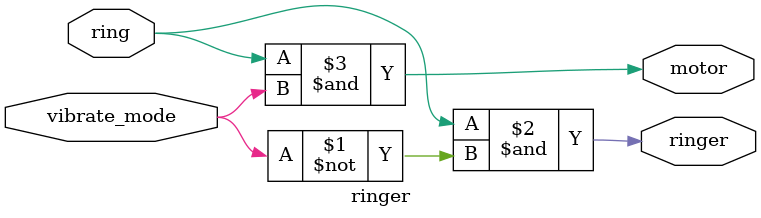
<source format=v>
module ringer(
  input ring,
  input vibrate_mode,
  output ringer,
  output motor

);

  assign ringer = ring & ~vibrate_mode;
  assign motor = ring & vibrate_mode;

endmodule




</source>
